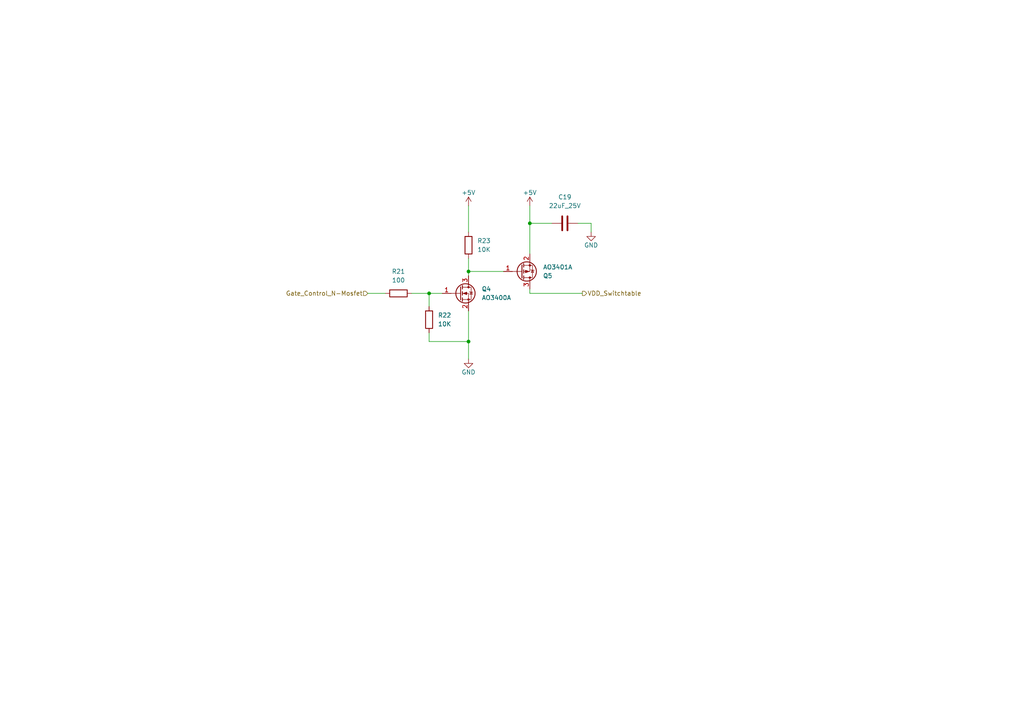
<source format=kicad_sch>
(kicad_sch (version 20231120) (generator "eeschema") (generator_version "8.0")
  (paper "A4")
  (lib_symbols
    (symbol "_C_1206:22uF_25V" (pin_numbers hide) (pin_names (offset 0.254))
      (property "Reference" "C" (at 0.635 2.54 0))
      (property "Value" "22uF_25V" (at 0.635 -2.54 0))
      (symbol "22uF_25V_0_1"
        (polyline (pts (xy -2.032 -0.762) (xy 2.032 -0.762)) (stroke (width 0.508)))
        (polyline (pts (xy -2.032 0.762) (xy 2.032 0.762)) (stroke (width 0.508)))
      )
      (symbol "22uF_25V_1_1"
        (pin passive line (at 0 3.81 270) (length 2.794) (name "~") (number "1"))
        (pin passive line (at 0 -3.81 90) (length 2.794) (name "~") (number "2"))
      )
    )
    (symbol "_R_0402:100" (pin_numbers hide) (pin_names (offset 0))
      (property "Reference" "R" (at 2.032 0 90))
      (property "Value" "100" (at 0 0 90))
      (symbol "100_0_1"
        (rectangle (start -1.016 -2.54) (end 1.016 2.54) (stroke (width 0.254)))
      )
      (symbol "100_1_1"
        (pin passive line (at 0 3.81 270) (length 1.27) (name "~") (number "1"))
        (pin passive line (at 0 -3.81 90) (length 1.27) (name "~") (number "2"))
      )
    )
    (symbol "_R_0402:10K" (pin_numbers hide) (pin_names (offset 0))
      (property "Reference" "R" (at 2.032 0 90))
      (property "Value" "10K" (at 0 0 90))
      (symbol "10K_0_1"
        (rectangle (start -1.016 -2.54) (end 1.016 2.54) (stroke (width 0.254)))
      )
      (symbol "10K_1_1"
        (pin passive line (at 0 3.81 270) (length 1.27) (name "~") (number "1"))
        (pin passive line (at 0 -3.81 90) (length 1.27) (name "~") (number "2"))
      )
    )
    (symbol "_Transistor_FET:AO3400A" (pin_names hide)
      (property "Reference" "Q" (at 5.08 1.905 0))
      (property "Value" "AO3400A" (at 5.08 0 0))
      (symbol "AO3400A_0_1"
        (polyline (pts (xy 0.254 0) (xy -2.54 0)))
        (polyline (pts (xy 0.254 1.905) (xy 0.254 -1.905)) (stroke (width 0.254)))
        (polyline (pts (xy 0.762 -1.27) (xy 0.762 -2.286)) (stroke (width 0.254)))
        (polyline (pts (xy 0.762 0.508) (xy 0.762 -0.508)) (stroke (width 0.254)))
        (polyline (pts (xy 0.762 2.286) (xy 0.762 1.27)) (stroke (width 0.254)))
        (polyline (pts (xy 2.54 2.54) (xy 2.54 1.778)))
        (polyline (pts (xy 2.54 -2.54) (xy 2.54 0) (xy 0.762 0)))
        (polyline (pts (xy 0.762 -1.778) (xy 3.302 -1.778) (xy 3.302 1.778) (xy 0.762 1.778)))
        (polyline (pts (xy 1.016 0) (xy 2.032 0.381) (xy 2.032 -0.381) (xy 1.016 0)) (fill (type outline)))
        (polyline (pts (xy 2.794 0.508) (xy 2.921 0.381) (xy 3.683 0.381) (xy 3.81 0.254)))
        (polyline (pts (xy 3.302 0.381) (xy 2.921 -0.254) (xy 3.683 -0.254) (xy 3.302 0.381)))
        (circle (center 1.651 0) (radius 2.794) (stroke (width 0.254)))
        (circle (center 2.54 -1.778) (radius 0.254) (fill (type outline)))
        (circle (center 2.54 1.778) (radius 0.254) (fill (type outline)))
      )
      (symbol "AO3400A_1_1"
        (pin input line (at -5.08 0 0) (length 2.54) (name "G") (number "1"))
        (pin passive line (at 2.54 -5.08 90) (length 2.54) (name "S") (number "2"))
        (pin passive line (at 2.54 5.08 270) (length 2.54) (name "D") (number "3"))
      )
    )
    (symbol "_Transistor_FET:AO3401A" (pin_names hide)
      (property "Reference" "Q" (at 5.08 1.905 0))
      (property "Value" "AO3401A" (at 5.08 0 0))
      (symbol "AO3401A_0_1"
        (polyline (pts (xy 0.254 0) (xy -2.54 0)))
        (polyline (pts (xy 0.254 1.905) (xy 0.254 -1.905)) (stroke (width 0.254)))
        (polyline (pts (xy 0.762 -1.27) (xy 0.762 -2.286)) (stroke (width 0.254)))
        (polyline (pts (xy 0.762 0.508) (xy 0.762 -0.508)) (stroke (width 0.254)))
        (polyline (pts (xy 0.762 2.286) (xy 0.762 1.27)) (stroke (width 0.254)))
        (polyline (pts (xy 2.54 2.54) (xy 2.54 1.778)))
        (polyline (pts (xy 2.54 -2.54) (xy 2.54 0) (xy 0.762 0)))
        (polyline (pts (xy 0.762 1.778) (xy 3.302 1.778) (xy 3.302 -1.778) (xy 0.762 -1.778)))
        (polyline (pts (xy 2.286 0) (xy 1.27 0.381) (xy 1.27 -0.381) (xy 2.286 0)) (fill (type outline)))
        (polyline (pts (xy 2.794 -0.508) (xy 2.921 -0.381) (xy 3.683 -0.381) (xy 3.81 -0.254)))
        (polyline (pts (xy 3.302 -0.381) (xy 2.921 0.254) (xy 3.683 0.254) (xy 3.302 -0.381)))
        (circle (center 1.651 0) (radius 2.794) (stroke (width 0.254)))
        (circle (center 2.54 -1.778) (radius 0.254) (fill (type outline)))
        (circle (center 2.54 1.778) (radius 0.254) (fill (type outline)))
      )
      (symbol "AO3401A_1_1"
        (pin input line (at -5.08 0 0) (length 2.54) (name "G") (number "1"))
        (pin passive line (at 2.54 -5.08 90) (length 2.54) (name "S") (number "2"))
        (pin passive line (at 2.54 5.08 270) (length 2.54) (name "D") (number "3"))
      )
    )
    (symbol "power:+5V" (power) (pin_names (offset 0))
      (property "Value" "+5V" (at 0 3.556 0))
      (symbol "+5V_0_1"
        (polyline (pts (xy -0.762 1.27) (xy 0 2.54)))
        (polyline (pts (xy 0 0) (xy 0 2.54)))
        (polyline (pts (xy 0 2.54) (xy 0.762 1.27)))
      )
      (symbol "+5V_1_1"
        (pin power_in line (at 0 0 90) (length 0) hide (name "+5V") (number "1"))
      )
    )
    (symbol "power:GND" (power) (pin_names (offset 0))
      (property "Value" "GND" (at 0 -3.81 0))
      (symbol "GND_0_1"
        (polyline (pts (xy 0 0) (xy 0 -1.27) (xy 1.27 -1.27) (xy 0 -2.54) (xy -1.27 -1.27) (xy 0 -1.27)))
      )
      (symbol "GND_1_1"
        (pin power_in line (at 0 0 270) (length 0) hide (name "GND") (number "1"))
      )
    )
  )
  (junction (at 135.89 78.74))
  (junction (at 135.89 99.06))
  (junction (at 124.46 85.09))
  (junction (at 153.67 64.77))
  (wire (pts (xy 171.45 64.77) (xy 171.45 67.31)))
  (wire (pts (xy 153.67 59.69) (xy 153.67 64.77)))
  (wire (pts (xy 135.89 78.74) (xy 135.89 80.01)))
  (wire (pts (xy 153.67 64.77) (xy 160.02 64.77)))
  (wire (pts (xy 135.89 90.17) (xy 135.89 99.06)))
  (wire (pts (xy 106.68 85.09) (xy 111.76 85.09)))
  (wire (pts (xy 153.67 85.09) (xy 168.91 85.09)))
  (wire (pts (xy 124.46 96.52) (xy 124.46 99.06)))
  (wire (pts (xy 135.89 59.69) (xy 135.89 67.31)))
  (wire (pts (xy 167.64 64.77) (xy 171.45 64.77)))
  (wire (pts (xy 135.89 74.93) (xy 135.89 78.74)))
  (wire (pts (xy 119.38 85.09) (xy 124.46 85.09)))
  (wire (pts (xy 124.46 85.09) (xy 128.27 85.09)))
  (wire (pts (xy 135.89 78.74) (xy 146.05 78.74)))
  (wire (pts (xy 135.89 99.06) (xy 135.89 104.14)))
  (wire (pts (xy 124.46 85.09) (xy 124.46 88.9)))
  (wire (pts (xy 153.67 83.82) (xy 153.67 85.09)))
  (wire (pts (xy 153.67 64.77) (xy 153.67 73.66)))
  (wire (pts (xy 124.46 99.06) (xy 135.89 99.06)))
  (hierarchical_label "Gate_Control_N-Mosfet" (shape input) (at 106.68 85.09 180))
  (hierarchical_label "VDD_Switchtable" (shape output) (at 168.91 85.09 0))
  (symbol (lib_id "power:GND") (at 171.45 67.31 0) (unit 1)
    (property "Reference" "#PWR075" (effects (hide yes)))
    (property "Value" "GND" (at 171.45 71.12 0))
    (instances (project "Drawer_Controller_v4.1" (path "" (reference "#PWR075") (unit 1)) (path "" (reference "#PWR071") (unit 1))))
  )
  (symbol (lib_id "_C_1206:22uF_25V") (at 163.83 64.77 90) (unit 1)
    (property "Reference" "C19" (at 163.83 57.15 90))
    (property "Value" "22uF_25V" (at 163.83 59.69 90))
    (property "Footprint" "Capacitor_SMD:C_1206_3216Metric" (effects (hide yes)))
    (property "Datasheet" "https://product.samsungsem.com/mlcc/CL31A226KAHNNN.do" (effects (hide yes)))
    (property "Description" "Capacitor 22uF 25V X7R 10% 1206" (effects (hide yes)))
    (property "MF" "Samsung Electro-Mechanics" (effects (hide yes)))
    (property "MPN" "CL31A226KAHNNNE" (effects (hide yes)))
    (property "OC_LCSC" "C12891" (effects (hide yes)))
    (instances (project "Drawer_Controller_v4.1" (path "" (reference "C19") (unit 1)) (path "" (reference "C18") (unit 1))))
  )
  (symbol (lib_id "power:GND") (at 135.89 104.14 0) (unit 1)
    (property "Reference" "#PWR073" (effects (hide yes)))
    (property "Value" "GND" (at 135.89 107.95 0))
    (instances (project "Drawer_Controller_v4.1" (path "" (reference "#PWR073") (unit 1)) (path "" (reference "#PWR069") (unit 1))))
  )
  (symbol (lib_id "power:+5V") (at 153.67 59.69 0) (unit 1)
    (property "Reference" "#PWR074" (effects (hide yes)))
    (property "Value" "+5V" (at 153.67 55.88 0))
    (instances (project "Drawer_Controller_v4.1" (path "" (reference "#PWR074") (unit 1)) (path "" (reference "#PWR070") (unit 1))))
  )
  (symbol (lib_id "power:+5V") (at 135.89 59.69 0) (unit 1)
    (property "Reference" "#PWR072" (effects (hide yes)))
    (property "Value" "+5V" (at 135.89 55.88 0))
    (instances (project "Drawer_Controller_v4.1" (path "" (reference "#PWR072") (unit 1)) (path "" (reference "#PWR068") (unit 1))))
  )
  (symbol (lib_id "_Transistor_FET:AO3400A") (at 133.35 85.09 0) (unit 1)
    (property "Reference" "Q4" (at 139.7 83.8199 0) (effects (justify left)))
    (property "Value" "AO3400A" (at 139.7 86.3599 0) (effects (justify left)))
    (property "Footprint" "Package_TO_SOT_SMD:SOT-23" (effects (hide yes)))
    (property "Datasheet" "https://datasheet.lcsc.com/lcsc/1811081213_Alpha---Omega-Semicon-AO3400A_C20917.pdf" (effects (hide yes)))
    (property "Description" "30V 5.7A 26.5mΩ@10V,5.7A 1.4W N Channel SOT-23-3L MOSFET" (effects (hide yes)))
    (property "MF" "Alpha & Omega Semicon" (effects (hide yes)))
    (property "MPN" "AO3400A" (effects (hide yes)))
    (property "OC_LCSC" "C20917" (effects (hide yes)))
    (instances (project "Drawer_Controller_v4.1" (path "" (reference "Q4") (unit 1)) (path "" (reference "Q2") (unit 1))))
  )
  (symbol (lib_id "_R_0402:10K") (at 135.89 71.12 0) (unit 1)
    (property "Reference" "R23" (at 138.43 69.8499 0) (effects (justify left)))
    (property "Value" "10K" (at 138.43 72.3899 0) (effects (justify left)))
    (property "Footprint" "Resistor_SMD:R_0402_1005Metric" (effects (hide yes)))
    (property "Description" "Resistor 10K 1% 62.5mW 50V 0402" (effects (hide yes)))
    (property "MF" "UNI-ROYAL" (effects (hide yes)))
    (property "MPN" "0402WGF1002TCE" (effects (hide yes)))
    (property "OC_LCSC" "C25744" (effects (hide yes)))
    (instances (project "Drawer_Controller_v4.1" (path "" (reference "R23") (unit 1)) (path "" (reference "R20") (unit 1))))
  )
  (symbol (lib_id "_R_0402:10K") (at 124.46 92.71 0) (unit 1)
    (property "Reference" "R22" (at 127 91.4399 0) (effects (justify left)))
    (property "Value" "10K" (at 127 93.9799 0) (effects (justify left)))
    (property "Footprint" "Resistor_SMD:R_0402_1005Metric" (effects (hide yes)))
    (property "Description" "Resistor 10K 1% 62.5mW 50V 0402" (effects (hide yes)))
    (property "MF" "UNI-ROYAL" (effects (hide yes)))
    (property "MPN" "0402WGF1002TCE" (effects (hide yes)))
    (property "OC_LCSC" "C25744" (effects (hide yes)))
    (instances (project "Drawer_Controller_v4.1" (path "" (reference "R22") (unit 1)) (path "" (reference "R19") (unit 1))))
  )
  (symbol (lib_id "_Transistor_FET:AO3401A") (at 151.13 78.74 0) (mirror x) (unit 1)
    (property "Reference" "Q5" (at 157.48 80.0101 0) (effects (justify left)))
    (property "Value" "AO3401A" (at 157.48 77.4701 0) (effects (justify left)))
    (property "Footprint" "Package_TO_SOT_SMD:SOT-23" (effects (hide yes)))
    (property "Datasheet" "https://datasheet.lcsc.com/lcsc/1810171817_Alpha---Omega-Semicon-AO3401A_C15127.pdf" (effects (hide yes)))
    (property "Description" "30V 4A 44mΩ@10V,4.3A 1.4W P Channel SOT-23 MOSFET" (effects (hide yes)))
    (property "MF" "Alpha & Omega Semicon" (effects (hide yes)))
    (property "MPN" "AO3401A" (effects (hide yes)))
    (property "OC_LCSC" "C15127" (effects (hide yes)))
    (instances (project "Drawer_Controller_v4.1" (path "" (reference "Q5") (unit 1)) (path "" (reference "Q3") (unit 1))))
  )
  (symbol (lib_id "_R_0402:100") (at 115.57 85.09 90) (unit 1)
    (property "Reference" "R21" (at 115.57 78.74 90))
    (property "Value" "100" (at 115.57 81.28 90))
    (property "Footprint" "Resistor_SMD:R_0402_1005Metric" (effects (hide yes)))
    (property "Description" "Resistor 100 1% 62.5mW 50V 0402" (effects (hide yes)))
    (property "MF" "UNI-ROYAL" (effects (hide yes)))
    (property "MPN" "0402WGF1000TCE" (effects (hide yes)))
    (property "OC_LCSC" "C25076" (effects (hide yes)))
    (instances (project "Drawer_Controller_v4.1" (path "" (reference "R21") (unit 1)) (path "" (reference "R18") (unit 1))))
  )
)
</source>
